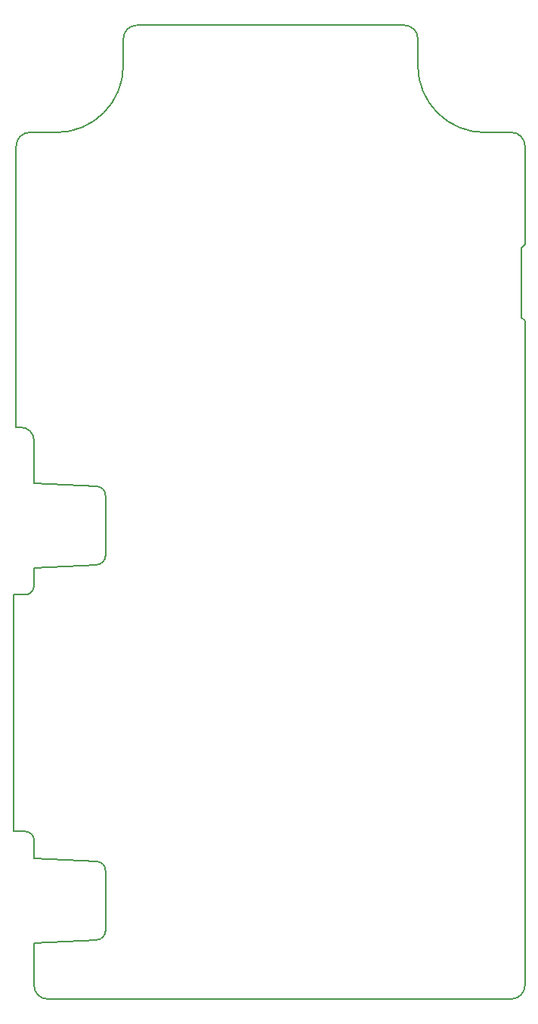
<source format=gm1>
%TF.GenerationSoftware,KiCad,Pcbnew,7.99.0-1.20230926git54171ec.fc37*%
%TF.CreationDate,2023-10-10T14:41:19+01:00*%
%TF.ProjectId,bugg-main-r5,62756767-2d6d-4616-996e-2d72352e6b69,rev?*%
%TF.SameCoordinates,Original*%
%TF.FileFunction,Profile,NP*%
%FSLAX46Y46*%
G04 Gerber Fmt 4.6, Leading zero omitted, Abs format (unit mm)*
G04 Created by KiCad (PCBNEW 7.99.0-1.20230926git54171ec.fc37) date 2023-10-10 14:41:19*
%MOMM*%
%LPD*%
G01*
G04 APERTURE LIST*
%TA.AperFunction,Profile*%
%ADD10C,0.160000*%
%TD*%
G04 APERTURE END LIST*
D10*
X-28000000Y16000000D02*
G75*
G02*
X-26500000Y14500000I-1J-1500001D01*
G01*
X-19448000Y9380000D02*
X-26500000Y9750000D01*
X-26500000Y-32250000D02*
X-26500000Y-30250000D01*
X-26500000Y-46500000D02*
X-26500000Y-41750000D01*
X-28800000Y-29250000D02*
X-28800000Y-2750000D01*
X28500000Y47500000D02*
X28500000Y36500000D01*
X-28800000Y-2750000D02*
X-27500000Y-2750000D01*
X27000000Y49000000D02*
G75*
G02*
X28500000Y47500000I0J-1500000D01*
G01*
X24000000Y49000000D02*
G75*
G02*
X16500000Y56500000I0J7500000D01*
G01*
X28500000Y-46500000D02*
G75*
G02*
X27000000Y-48000000I-1500000J0D01*
G01*
X-16500000Y59500000D02*
G75*
G02*
X-15000000Y61000000I1500001J-1D01*
G01*
X15000000Y61000000D02*
X-15000000Y61000000D01*
X28500000Y36500000D02*
X28100000Y36100000D01*
X-28500000Y47500000D02*
X-28500000Y16000000D01*
X28500000Y27900000D02*
X28500000Y-46500000D01*
X-16500000Y56500000D02*
G75*
G02*
X-24000000Y49000000I-7500000J0D01*
G01*
X24000000Y49000000D02*
X27000000Y49000000D01*
X-26500000Y-1750000D02*
G75*
G02*
X-27500000Y-2750000I-999999J-1D01*
G01*
X-18500000Y1618000D02*
X-18500000Y8382000D01*
X-18500000Y-40382000D02*
X-18500000Y-33618000D01*
X27000000Y-48000000D02*
X-25000000Y-48000000D01*
X-26500000Y-1750000D02*
X-26500000Y250000D01*
X-26500000Y250000D02*
X-19448000Y620000D01*
X28100000Y28300000D02*
X28500000Y27900000D01*
X-19448000Y9379999D02*
G75*
G02*
X-18500001Y8382000I-51836J-998490D01*
G01*
X-26500000Y9750000D02*
X-26500000Y14500000D01*
X-18500000Y-40382000D02*
G75*
G02*
X-19448000Y-41379999I-999837J493D01*
G01*
X-27500000Y-29250000D02*
G75*
G02*
X-26500000Y-30250000I1J-999999D01*
G01*
X-28500000Y47500000D02*
G75*
G02*
X-27000000Y49000000I1500001J-1D01*
G01*
X-19448000Y-32620001D02*
G75*
G02*
X-18500001Y-33618000I-51836J-998490D01*
G01*
X-19448000Y-32620000D02*
X-26500000Y-32250000D01*
X-26500000Y-41750000D02*
X-19448000Y-41380000D01*
X16500000Y56500000D02*
X16500000Y59500000D01*
X-16500000Y56500000D02*
X-16500000Y59500000D01*
X-28000000Y16000000D02*
X-28500000Y16000000D01*
X-18500000Y1618000D02*
G75*
G02*
X-19448000Y620001I-999837J493D01*
G01*
X-25000000Y-48000000D02*
G75*
G02*
X-26500000Y-46500000I1J1500001D01*
G01*
X-24000000Y49000000D02*
X-27000000Y49000000D01*
X15000000Y61000000D02*
G75*
G02*
X16500000Y59500000I0J-1500000D01*
G01*
X-27500000Y-29250000D02*
X-28800000Y-29250000D01*
X28100000Y36100000D02*
X28100000Y28300000D01*
M02*

</source>
